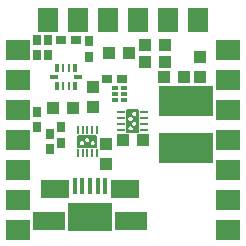
<source format=gts>
G04 DipTrace 2.4.0.2*
%INUSBHiPower.gts*%
%MOIN*%
%ADD13C,0.006*%
%ADD34C,0.0065*%
%ADD35C,0.007*%
%ADD57R,0.1492X0.0921*%
%ADD59R,0.1079X0.0646*%
%ADD61R,0.0961X0.0646*%
%ADD63R,0.0173X0.0547*%
%ADD65R,0.022X0.0134*%
%ADD69R,0.0252X0.0114*%
%ADD75R,0.011X0.0252*%
%ADD77R,0.011X0.0291*%
%ADD79R,0.0126X0.0291*%
%ADD81R,0.0291X0.0146*%
%ADD83R,0.037X0.0291*%
%ADD85R,0.1787X0.1*%
%ADD87R,0.0291X0.037*%
%ADD89R,0.0409X0.0449*%
%ADD91R,0.0449X0.0409*%
%ADD93R,0.0685X0.0816*%
%ADD95R,0.0816X0.0685*%
%FSLAX44Y44*%
G04*
G70*
G90*
G75*
G01*
%LNTopMask*%
%LPD*%
D95*
X3937Y9293D3*
X10937Y8293D3*
Y9293D3*
Y10293D3*
D93*
X9937Y11293D3*
D95*
X3937Y4293D3*
Y5293D3*
Y6293D3*
Y7293D3*
Y10293D3*
D91*
X7446Y7278D3*
X8115D3*
X8160Y10441D3*
X8830D3*
X7645Y10196D3*
X6976D3*
D89*
X6883Y7171D3*
Y6502D3*
X6437Y9045D3*
Y8376D3*
D91*
X5096Y8344D3*
X5765D3*
D87*
X6315Y10062D3*
Y10574D3*
D95*
X10937Y4293D3*
Y5293D3*
Y6293D3*
Y7293D3*
X3937Y8293D3*
D85*
X9550Y7011D3*
Y8586D3*
D91*
X8824Y9904D3*
X8155D3*
X9470Y9383D3*
X8801D3*
D89*
X9988Y10049D3*
Y9380D3*
D83*
X7416Y9310D3*
X6904D3*
D87*
X4994Y6984D3*
Y7496D3*
X5368Y7199D3*
Y7711D3*
X4558Y8217D3*
Y7705D3*
X4943Y10113D3*
Y10625D3*
X4564Y10121D3*
Y10633D3*
D83*
X5371Y10626D3*
X5883D3*
D81*
X5922Y9382D3*
D79*
X5823Y9678D3*
D77*
X5627D3*
X5430D3*
D79*
X5233D3*
D81*
X5134Y9382D3*
D79*
X5233Y9087D3*
D77*
X5430D3*
X5627D3*
D79*
X5823D3*
X5961Y7184D2*
D34*
X5962Y7192D1*
Y7200D1*
X5964Y7207D1*
X5965Y7215D1*
X5968Y7222D1*
X5970Y7229D1*
X5974Y7236D1*
X5977Y7243D1*
X5981Y7249D1*
X5986Y7255D1*
X5991Y7261D1*
X5996Y7266D1*
X6002Y7271D1*
X6008Y7276D1*
X6014Y7280D1*
X6020Y7283D1*
X6027Y7286D1*
X6034Y7289D1*
X6041Y7291D1*
X6048Y7293D1*
X6055Y7294D1*
X6063D1*
X6070D1*
X6077D1*
X6085Y7293D1*
X6092Y7291D1*
X6099Y7289D1*
X6106Y7286D1*
X6112Y7283D1*
X6119Y7280D1*
X6125Y7276D1*
X6131Y7271D1*
X6137Y7266D1*
X6142Y7261D1*
X6147Y7255D1*
X6151Y7249D1*
X6155Y7243D1*
X6159Y7236D1*
X6162Y7229D1*
X6165Y7222D1*
X6167Y7215D1*
X6169Y7207D1*
X6170Y7200D1*
X6171Y7192D1*
Y7184D1*
Y7177D1*
X6170Y7169D1*
X6169Y7162D1*
X6167Y7154D1*
X6165Y7147D1*
X6162Y7140D1*
X6159Y7133D1*
X6155Y7126D1*
X6151Y7120D1*
X6147Y7114D1*
X6142Y7108D1*
X6137Y7103D1*
X6131Y7098D1*
X6125Y7093D1*
X6119Y7089D1*
X6112Y7086D1*
X6106Y7082D1*
X6099Y7080D1*
X6092Y7078D1*
X6085Y7076D1*
X6077Y7075D1*
X6070D1*
X6063D1*
X6055D1*
X6048Y7076D1*
X6041Y7078D1*
X6034Y7080D1*
X6027Y7082D1*
X6020Y7086D1*
X6014Y7089D1*
X6008Y7093D1*
X6002Y7098D1*
X5996Y7103D1*
X5991Y7108D1*
X5986Y7114D1*
X5981Y7120D1*
X5977Y7126D1*
X5974Y7133D1*
X5970Y7140D1*
X5968Y7147D1*
X5965Y7154D1*
X5964Y7162D1*
X5962Y7169D1*
Y7177D1*
X5961Y7184D1*
X6316D2*
Y7192D1*
X6317Y7200D1*
X6318Y7207D1*
X6320Y7215D1*
X6322Y7222D1*
X6325Y7229D1*
X6328Y7236D1*
X6332Y7243D1*
X6336Y7249D1*
X6340Y7255D1*
X6345Y7261D1*
X6350Y7266D1*
X6356Y7271D1*
X6362Y7276D1*
X6368Y7280D1*
X6375Y7283D1*
X6381Y7286D1*
X6388Y7289D1*
X6395Y7291D1*
X6402Y7293D1*
X6410Y7294D1*
X6417D1*
X6424D1*
X6432D1*
X6439Y7293D1*
X6446Y7291D1*
X6453Y7289D1*
X6460Y7286D1*
X6467Y7283D1*
X6473Y7280D1*
X6479Y7276D1*
X6485Y7271D1*
X6491Y7266D1*
X6496Y7261D1*
X6501Y7255D1*
X6506Y7249D1*
X6510Y7243D1*
X6513Y7236D1*
X6517Y7229D1*
X6519Y7222D1*
X6522Y7215D1*
X6523Y7207D1*
X6525Y7200D1*
Y7192D1*
X6526Y7184D1*
X6525Y7177D1*
Y7169D1*
X6523Y7162D1*
X6522Y7154D1*
X6519Y7147D1*
X6517Y7140D1*
X6513Y7133D1*
X6510Y7126D1*
X6506Y7120D1*
X6501Y7114D1*
X6496Y7108D1*
X6491Y7103D1*
X6485Y7098D1*
X6479Y7093D1*
X6473Y7089D1*
X6467Y7086D1*
X6460Y7082D1*
X6453Y7080D1*
X6446Y7078D1*
X6439Y7076D1*
X6432Y7075D1*
X6424D1*
X6417D1*
X6410D1*
X6402Y7076D1*
X6395Y7078D1*
X6388Y7080D1*
X6381Y7082D1*
X6375Y7086D1*
X6368Y7089D1*
X6362Y7093D1*
X6356Y7098D1*
X6350Y7103D1*
X6345Y7108D1*
X6340Y7114D1*
X6336Y7120D1*
X6332Y7126D1*
X6328Y7133D1*
X6325Y7140D1*
X6322Y7147D1*
X6320Y7154D1*
X6318Y7162D1*
X6317Y7169D1*
X6316Y7177D1*
Y7184D1*
X6139Y7289D2*
Y7297D1*
X6140Y7305D1*
X6141Y7312D1*
X6143Y7320D1*
X6145Y7327D1*
X6148Y7334D1*
X6151Y7341D1*
X6154Y7348D1*
X6159Y7354D1*
X6163Y7360D1*
X6168Y7366D1*
X6173Y7371D1*
X6179Y7376D1*
X6185Y7381D1*
X6191Y7385D1*
X6198Y7388D1*
X6204Y7391D1*
X6211Y7394D1*
X6218Y7396D1*
X6225Y7398D1*
X6233Y7399D1*
X6240D1*
X6247D1*
X6255D1*
X6262Y7398D1*
X6269Y7396D1*
X6276Y7394D1*
X6283Y7391D1*
X6290Y7388D1*
X6296Y7385D1*
X6302Y7381D1*
X6308Y7376D1*
X6314Y7371D1*
X6319Y7366D1*
X6324Y7360D1*
X6328Y7354D1*
X6333Y7348D1*
X6336Y7341D1*
X6339Y7334D1*
X6342Y7327D1*
X6344Y7320D1*
X6346Y7312D1*
X6348Y7305D1*
Y7297D1*
X6349Y7289D1*
X6348Y7282D1*
Y7274D1*
X6346Y7266D1*
X6344Y7259D1*
X6342Y7252D1*
X6339Y7245D1*
X6336Y7238D1*
X6333Y7231D1*
X6328Y7225D1*
X6324Y7219D1*
X6319Y7213D1*
X6314Y7208D1*
X6308Y7203D1*
X6302Y7198D1*
X6296Y7194D1*
X6290Y7190D1*
X6283Y7187D1*
X6276Y7185D1*
X6269Y7183D1*
X6262Y7181D1*
X6255Y7180D1*
X6247Y7179D1*
X6240D1*
X6233Y7180D1*
X6225Y7181D1*
X6218Y7183D1*
X6211Y7185D1*
X6204Y7187D1*
X6198Y7190D1*
X6191Y7194D1*
X6185Y7198D1*
X6179Y7203D1*
X6173Y7208D1*
X6168Y7213D1*
X6163Y7219D1*
X6159Y7225D1*
X6154Y7231D1*
X6151Y7238D1*
X6148Y7245D1*
X6145Y7252D1*
X6143Y7259D1*
X6141Y7266D1*
X6140Y7274D1*
X6139Y7282D1*
Y7289D1*
G36*
X6351Y7048D2*
X6134D1*
Y7225D1*
X6351D1*
Y7048D1*
G37*
G36*
X6162Y7270D2*
X5923D1*
Y7404D1*
X6162D1*
Y7270D1*
G37*
G36*
X6553Y7274D2*
X6326D1*
Y7397D1*
X6553D1*
Y7274D1*
G37*
X6544Y7069D2*
D35*
X5949D1*
Y7413D1*
X6544D1*
Y7069D1*
D75*
X6558Y7634D3*
X6401D3*
X6243D3*
X6086D3*
X5928D3*
Y6847D3*
X6086D3*
X6243D3*
X6401D3*
X6558D3*
G36*
X7553Y7757D2*
X7691D1*
Y7925D1*
X7553D1*
Y7757D1*
G37*
G36*
X7798Y7914D2*
X7920D1*
Y8085D1*
X7798D1*
Y7914D1*
G37*
G36*
X7781Y7588D2*
X7917D1*
Y7748D1*
X7781D1*
Y7588D1*
G37*
G36*
X7570Y8082D2*
X7697D1*
Y8253D1*
X7570D1*
Y8082D1*
G37*
X7552Y7568D2*
D13*
X7939D1*
Y8274D1*
X7552D1*
Y7568D1*
X7699Y7839D2*
D34*
Y7847D1*
X7700Y7854D1*
X7701Y7861D1*
X7703Y7868D1*
X7706Y7875D1*
X7709Y7882D1*
X7712Y7889D1*
X7716Y7895D1*
X7720Y7901D1*
X7725Y7907D1*
X7730Y7912D1*
X7735Y7917D1*
X7741Y7922D1*
X7747Y7926D1*
X7754Y7930D1*
X7761Y7934D1*
X7768Y7937D1*
X7775Y7939D1*
X7782Y7941D1*
X7790Y7943D1*
X7797Y7944D1*
X7805D1*
X7813D1*
X7820D1*
X7828Y7943D1*
X7836Y7941D1*
X7843Y7939D1*
X7850Y7937D1*
X7857Y7934D1*
X7864Y7930D1*
X7870Y7926D1*
X7877Y7922D1*
X7883Y7917D1*
X7888Y7912D1*
X7893Y7907D1*
X7898Y7901D1*
X7902Y7895D1*
X7906Y7889D1*
X7909Y7882D1*
X7912Y7875D1*
X7915Y7868D1*
X7917Y7861D1*
X7918Y7854D1*
X7919Y7847D1*
Y7839D1*
Y7832D1*
X7918Y7825D1*
X7917Y7818D1*
X7915Y7810D1*
X7912Y7803D1*
X7909Y7797D1*
X7906Y7790D1*
X7902Y7784D1*
X7898Y7778D1*
X7893Y7772D1*
X7888Y7766D1*
X7883Y7761D1*
X7877Y7757D1*
X7870Y7752D1*
X7864Y7748D1*
X7857Y7745D1*
X7850Y7742D1*
X7843Y7740D1*
X7836Y7738D1*
X7828Y7736D1*
X7820Y7735D1*
X7813Y7734D1*
X7805D1*
X7797Y7735D1*
X7790Y7736D1*
X7782Y7738D1*
X7775Y7740D1*
X7768Y7742D1*
X7761Y7745D1*
X7754Y7748D1*
X7747Y7752D1*
X7741Y7757D1*
X7735Y7761D1*
X7730Y7766D1*
X7725Y7772D1*
X7720Y7778D1*
X7716Y7784D1*
X7712Y7790D1*
X7709Y7797D1*
X7706Y7803D1*
X7703Y7810D1*
X7701Y7818D1*
X7700Y7825D1*
X7699Y7832D1*
Y7839D1*
X7574Y8001D2*
X7575Y8008D1*
Y8015D1*
X7577Y8023D1*
X7579Y8030D1*
X7581Y8037D1*
X7584Y8043D1*
X7587Y8050D1*
X7591Y8056D1*
X7595Y8063D1*
X7600Y8068D1*
X7605Y8074D1*
X7611Y8079D1*
X7617Y8084D1*
X7623Y8088D1*
X7629Y8092D1*
X7636Y8095D1*
X7643Y8098D1*
X7650Y8101D1*
X7658Y8103D1*
X7665Y8104D1*
X7673Y8105D1*
X7680Y8106D1*
X7688D1*
X7696Y8105D1*
X7703Y8104D1*
X7711Y8103D1*
X7718Y8101D1*
X7725Y8098D1*
X7732Y8095D1*
X7739Y8092D1*
X7746Y8088D1*
X7752Y8084D1*
X7758Y8079D1*
X7763Y8074D1*
X7769Y8068D1*
X7773Y8063D1*
X7778Y8056D1*
X7781Y8050D1*
X7785Y8043D1*
X7788Y8037D1*
X7790Y8030D1*
X7792Y8023D1*
X7793Y8015D1*
X7794Y8008D1*
Y8001D1*
Y7993D1*
X7793Y7986D1*
X7792Y7979D1*
X7790Y7972D1*
X7788Y7965D1*
X7785Y7958D1*
X7781Y7951D1*
X7778Y7945D1*
X7773Y7939D1*
X7769Y7933D1*
X7763Y7928D1*
X7758Y7923D1*
X7752Y7918D1*
X7746Y7914D1*
X7739Y7910D1*
X7732Y7906D1*
X7725Y7903D1*
X7718Y7901D1*
X7711Y7899D1*
X7703Y7897D1*
X7696Y7896D1*
X7688D1*
X7680D1*
X7673D1*
X7665Y7897D1*
X7658Y7899D1*
X7650Y7901D1*
X7643Y7903D1*
X7636Y7906D1*
X7629Y7910D1*
X7623Y7914D1*
X7617Y7918D1*
X7611Y7923D1*
X7605Y7928D1*
X7600Y7933D1*
X7595Y7939D1*
X7591Y7945D1*
X7587Y7951D1*
X7584Y7958D1*
X7581Y7965D1*
X7579Y7972D1*
X7577Y7979D1*
X7575Y7986D1*
Y7993D1*
X7574Y8001D1*
Y7681D2*
X7575Y7688D1*
Y7695D1*
X7577Y7702D1*
X7579Y7710D1*
X7581Y7716D1*
X7584Y7723D1*
X7587Y7730D1*
X7591Y7736D1*
X7595Y7742D1*
X7600Y7748D1*
X7605Y7753D1*
X7611Y7759D1*
X7617Y7763D1*
X7623Y7768D1*
X7629Y7771D1*
X7636Y7775D1*
X7643Y7778D1*
X7650Y7780D1*
X7658Y7782D1*
X7665Y7784D1*
X7673Y7785D1*
X7680D1*
X7688D1*
X7696D1*
X7703Y7784D1*
X7711Y7782D1*
X7718Y7780D1*
X7725Y7778D1*
X7732Y7775D1*
X7739Y7771D1*
X7746Y7768D1*
X7752Y7763D1*
X7758Y7759D1*
X7763Y7753D1*
X7769Y7748D1*
X7773Y7742D1*
X7778Y7736D1*
X7781Y7730D1*
X7785Y7723D1*
X7788Y7716D1*
X7790Y7710D1*
X7792Y7702D1*
X7793Y7695D1*
X7794Y7688D1*
Y7681D1*
Y7673D1*
X7793Y7666D1*
X7792Y7659D1*
X7790Y7652D1*
X7788Y7645D1*
X7785Y7638D1*
X7781Y7631D1*
X7778Y7625D1*
X7773Y7619D1*
X7769Y7613D1*
X7763Y7608D1*
X7758Y7603D1*
X7752Y7598D1*
X7746Y7594D1*
X7739Y7590D1*
X7732Y7586D1*
X7725Y7583D1*
X7718Y7581D1*
X7711Y7579D1*
X7703Y7577D1*
X7696Y7576D1*
X7688D1*
X7680D1*
X7673D1*
X7665Y7577D1*
X7658Y7579D1*
X7650Y7581D1*
X7643Y7583D1*
X7636Y7586D1*
X7629Y7590D1*
X7623Y7594D1*
X7617Y7598D1*
X7611Y7603D1*
X7605Y7608D1*
X7600Y7613D1*
X7595Y7619D1*
X7591Y7625D1*
X7587Y7631D1*
X7584Y7638D1*
X7581Y7645D1*
X7579Y7652D1*
X7577Y7659D1*
X7575Y7666D1*
Y7673D1*
X7574Y7681D1*
X7699Y8162D2*
Y8169D1*
X7700Y8177D1*
X7701Y8184D1*
X7703Y8191D1*
X7706Y8198D1*
X7709Y8205D1*
X7712Y8211D1*
X7716Y8218D1*
X7720Y8224D1*
X7725Y8230D1*
X7730Y8235D1*
X7735Y8240D1*
X7741Y8245D1*
X7747Y8249D1*
X7754Y8253D1*
X7761Y8257D1*
X7768Y8260D1*
X7775Y8262D1*
X7782Y8264D1*
X7790Y8266D1*
X7797Y8267D1*
X7805D1*
X7813D1*
X7820D1*
X7828Y8266D1*
X7836Y8264D1*
X7843Y8262D1*
X7850Y8260D1*
X7857Y8257D1*
X7864Y8253D1*
X7870Y8249D1*
X7877Y8245D1*
X7883Y8240D1*
X7888Y8235D1*
X7893Y8230D1*
X7898Y8224D1*
X7902Y8218D1*
X7906Y8211D1*
X7909Y8205D1*
X7912Y8198D1*
X7915Y8191D1*
X7917Y8184D1*
X7918Y8177D1*
X7919Y8169D1*
Y8162D1*
Y8155D1*
X7918Y8148D1*
X7917Y8140D1*
X7915Y8133D1*
X7912Y8126D1*
X7909Y8119D1*
X7906Y8113D1*
X7902Y8107D1*
X7898Y8100D1*
X7893Y8095D1*
X7888Y8089D1*
X7883Y8084D1*
X7877Y8079D1*
X7870Y8075D1*
X7864Y8071D1*
X7857Y8068D1*
X7850Y8065D1*
X7843Y8062D1*
X7836Y8060D1*
X7828Y8059D1*
X7820Y8058D1*
X7813Y8057D1*
X7805D1*
X7797Y8058D1*
X7790Y8059D1*
X7782Y8060D1*
X7775Y8062D1*
X7768Y8065D1*
X7761Y8068D1*
X7754Y8071D1*
X7747Y8075D1*
X7741Y8079D1*
X7735Y8084D1*
X7730Y8089D1*
X7725Y8095D1*
X7720Y8100D1*
X7716Y8107D1*
X7712Y8113D1*
X7709Y8119D1*
X7706Y8126D1*
X7703Y8133D1*
X7701Y8140D1*
X7700Y8148D1*
X7699Y8155D1*
Y8162D1*
D69*
X8141Y7623D3*
Y7820D3*
Y8017D3*
Y8214D3*
X7354D3*
Y8017D3*
Y7820D3*
Y7623D3*
D65*
X7165Y9025D3*
Y8828D3*
Y8632D3*
X7468D3*
Y8828D3*
Y9025D3*
G36*
X5594Y11701D2*
X6280D1*
Y10885D1*
X5594D1*
Y11701D1*
G37*
G36*
X4594D2*
X5280D1*
Y10885D1*
X4594D1*
Y11701D1*
G37*
D63*
X5822Y5763D3*
X6078D3*
X6333D3*
X6589D3*
X6845D3*
D61*
X5172Y5654D3*
X7495D3*
D59*
X4965Y4572D3*
X7702D3*
D57*
X6333Y4710D3*
D93*
X6937Y11293D3*
X7937D3*
X8937D3*
M02*

</source>
